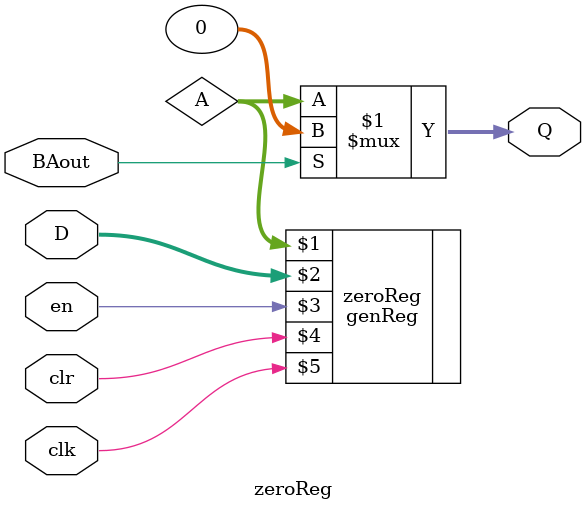
<source format=v>
module zeroReg(
	output [31:0] Q,
	input [31:0] D,
	input en, clr, clk, BAout
);
	wire [31:0] A;
	genReg zeroReg(A, D, en, clr, clk);
	assign Q = BAout ? 0 : A;
endmodule

</source>
